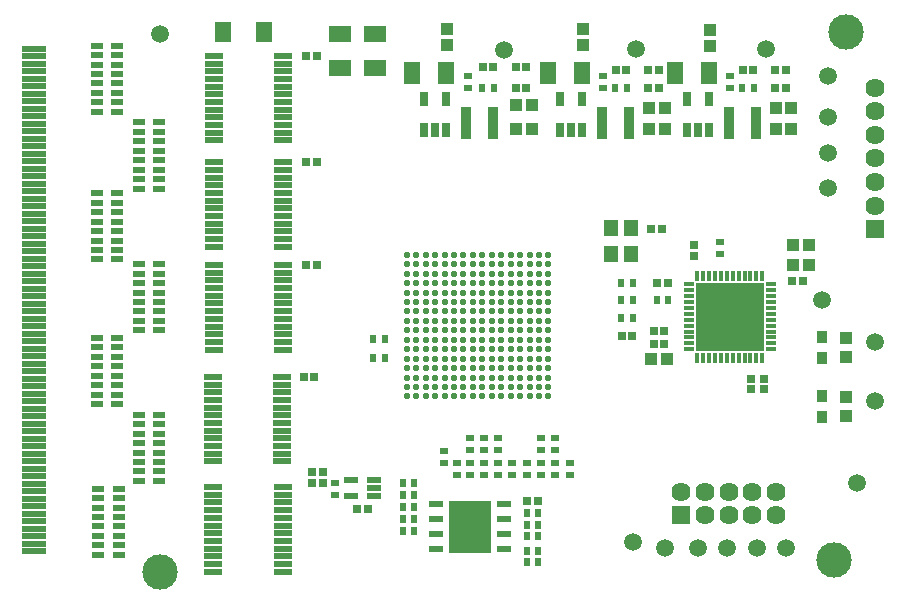
<source format=gts>
G04*
G04 #@! TF.GenerationSoftware,Altium Limited,Altium Designer,24.4.1 (13)*
G04*
G04 Layer_Color=8388736*
%FSLAX44Y44*%
%MOMM*%
G71*
G04*
G04 #@! TF.SameCoordinates,56A84C12-20F9-439F-8F54-A8B2ACD22D1B*
G04*
G04*
G04 #@! TF.FilePolarity,Negative*
G04*
G01*
G75*
%ADD40R,0.7200X0.6200*%
%ADD41R,0.6200X0.7200*%
%ADD42R,0.7200X0.7600*%
%ADD43R,1.5950X0.5700*%
%ADD44R,1.1700X0.5200*%
%ADD45R,0.7600X0.7200*%
%ADD46R,1.0200X0.5700*%
%ADD47C,1.5200*%
%ADD48R,5.7200X5.7200*%
%ADD49R,0.4200X0.8200*%
%ADD50R,0.8200X0.4200*%
%ADD51R,0.7200X1.2700*%
%ADD52R,0.9200X2.8200*%
%ADD53R,1.1700X0.5700*%
%ADD54R,3.5700X4.4700*%
%ADD55R,1.3700X1.7700*%
%ADD56R,1.1200X1.0200*%
%ADD57C,0.5400*%
%ADD58R,1.9200X1.4200*%
%ADD59R,1.4200X1.9200*%
%ADD60R,0.9200X1.0200*%
%ADD61R,1.0200X1.1200*%
%ADD62C,3.0000*%
%ADD63R,1.0700X1.0200*%
%ADD64R,2.1200X0.5000*%
%ADD65R,1.2200X1.4200*%
%ADD66C,1.6200*%
%ADD67R,1.6200X1.6200*%
D40*
X571000Y322000D02*
D03*
Y332000D02*
D03*
X560000Y342000D02*
D03*
Y332000D02*
D03*
X468000Y305000D02*
D03*
Y315000D02*
D03*
X695000Y660000D02*
D03*
Y650000D02*
D03*
X802500Y660000D02*
D03*
Y650000D02*
D03*
X642000Y332000D02*
D03*
Y322000D02*
D03*
X618000D02*
D03*
Y332000D02*
D03*
X630000Y322000D02*
D03*
Y332000D02*
D03*
X606000D02*
D03*
Y322000D02*
D03*
X594000Y332000D02*
D03*
Y322000D02*
D03*
X582000Y332000D02*
D03*
Y322000D02*
D03*
X594000Y343000D02*
D03*
Y353000D02*
D03*
X582000D02*
D03*
Y343000D02*
D03*
X606000Y353000D02*
D03*
Y343000D02*
D03*
X642000Y353000D02*
D03*
Y343000D02*
D03*
X654000Y353000D02*
D03*
Y343000D02*
D03*
Y332000D02*
D03*
Y322000D02*
D03*
X667000D02*
D03*
Y332000D02*
D03*
X794000Y509000D02*
D03*
Y519000D02*
D03*
X580000Y650000D02*
D03*
Y660000D02*
D03*
D41*
X535000Y295000D02*
D03*
X525000D02*
D03*
X535000Y315000D02*
D03*
X525000D02*
D03*
X630000Y258000D02*
D03*
X640000D02*
D03*
X630000Y280000D02*
D03*
X640000D02*
D03*
X710000Y470000D02*
D03*
X720000D02*
D03*
X710000Y485000D02*
D03*
X720000D02*
D03*
X710000Y455000D02*
D03*
X720000D02*
D03*
X510000Y421000D02*
D03*
X500000D02*
D03*
X640000Y290000D02*
D03*
X630000D02*
D03*
X535000Y275000D02*
D03*
X525000D02*
D03*
X630000Y248000D02*
D03*
X640000D02*
D03*
X535000Y285000D02*
D03*
X525000D02*
D03*
X740000Y470000D02*
D03*
X750000D02*
D03*
X500000Y437500D02*
D03*
X510000D02*
D03*
X630000Y270000D02*
D03*
X640000D02*
D03*
X535000Y305000D02*
D03*
X525000D02*
D03*
X812500Y650000D02*
D03*
X822500D02*
D03*
X705000D02*
D03*
X715000D02*
D03*
X592500D02*
D03*
X602500D02*
D03*
D42*
X495400Y293000D02*
D03*
X486600D02*
D03*
X719400Y440000D02*
D03*
X710600D02*
D03*
X639400Y300000D02*
D03*
X630600D02*
D03*
X593100Y667500D02*
D03*
X601900D02*
D03*
X620600Y650000D02*
D03*
X629400D02*
D03*
Y667500D02*
D03*
X620600D02*
D03*
X737600Y444000D02*
D03*
X746400D02*
D03*
X452400Y500000D02*
D03*
X443600D02*
D03*
X450400Y405000D02*
D03*
X441600D02*
D03*
X714400Y665000D02*
D03*
X705600D02*
D03*
X744400Y530000D02*
D03*
X735600D02*
D03*
X741900Y665000D02*
D03*
X733100D02*
D03*
X741900Y650000D02*
D03*
X733100D02*
D03*
X746400Y433000D02*
D03*
X737600D02*
D03*
X840600Y665000D02*
D03*
X849400D02*
D03*
X840600Y650000D02*
D03*
X849400D02*
D03*
X821900Y665000D02*
D03*
X813100D02*
D03*
X855100Y486000D02*
D03*
X863900D02*
D03*
X749400Y485000D02*
D03*
X740600D02*
D03*
X443600Y587000D02*
D03*
X452400D02*
D03*
X443600Y677000D02*
D03*
X452400D02*
D03*
D43*
X423380Y311750D02*
D03*
Y305250D02*
D03*
Y298750D02*
D03*
Y292250D02*
D03*
Y285750D02*
D03*
Y279250D02*
D03*
Y272750D02*
D03*
Y266250D02*
D03*
Y259750D02*
D03*
Y253250D02*
D03*
Y246750D02*
D03*
Y240250D02*
D03*
X364620D02*
D03*
Y246750D02*
D03*
Y253250D02*
D03*
Y259750D02*
D03*
Y266250D02*
D03*
Y272750D02*
D03*
Y279250D02*
D03*
Y285750D02*
D03*
Y292250D02*
D03*
Y298750D02*
D03*
Y305250D02*
D03*
Y311750D02*
D03*
X423000Y405000D02*
D03*
Y398500D02*
D03*
Y392000D02*
D03*
Y385500D02*
D03*
Y379000D02*
D03*
Y372500D02*
D03*
Y366000D02*
D03*
Y359500D02*
D03*
Y353000D02*
D03*
Y346500D02*
D03*
Y340000D02*
D03*
Y333500D02*
D03*
X364240D02*
D03*
Y340000D02*
D03*
Y346500D02*
D03*
Y353000D02*
D03*
Y359500D02*
D03*
Y366000D02*
D03*
Y372500D02*
D03*
Y379000D02*
D03*
Y385500D02*
D03*
Y392000D02*
D03*
Y398500D02*
D03*
Y405000D02*
D03*
X423880Y676750D02*
D03*
Y670250D02*
D03*
Y663750D02*
D03*
Y657250D02*
D03*
Y650750D02*
D03*
Y644250D02*
D03*
Y637750D02*
D03*
Y631250D02*
D03*
Y624750D02*
D03*
Y618250D02*
D03*
Y611750D02*
D03*
Y605250D02*
D03*
X365120D02*
D03*
Y611750D02*
D03*
Y618250D02*
D03*
Y624750D02*
D03*
Y631250D02*
D03*
Y637750D02*
D03*
Y644250D02*
D03*
Y650750D02*
D03*
Y657250D02*
D03*
Y663750D02*
D03*
Y670250D02*
D03*
Y676750D02*
D03*
X423880Y499750D02*
D03*
Y493250D02*
D03*
Y486750D02*
D03*
Y480250D02*
D03*
Y473750D02*
D03*
Y467250D02*
D03*
Y460750D02*
D03*
Y454250D02*
D03*
Y447750D02*
D03*
Y441250D02*
D03*
Y434750D02*
D03*
Y428250D02*
D03*
X365120D02*
D03*
Y434750D02*
D03*
Y441250D02*
D03*
Y447750D02*
D03*
Y454250D02*
D03*
Y460750D02*
D03*
Y467250D02*
D03*
Y473750D02*
D03*
Y480250D02*
D03*
Y486750D02*
D03*
Y493250D02*
D03*
Y499750D02*
D03*
X365120Y586750D02*
D03*
Y580250D02*
D03*
Y573750D02*
D03*
Y567250D02*
D03*
Y560750D02*
D03*
Y554250D02*
D03*
Y547750D02*
D03*
Y541250D02*
D03*
Y534750D02*
D03*
Y528250D02*
D03*
Y521750D02*
D03*
Y515250D02*
D03*
X423880D02*
D03*
Y521750D02*
D03*
Y528250D02*
D03*
Y534750D02*
D03*
Y541250D02*
D03*
Y547750D02*
D03*
Y554250D02*
D03*
Y560750D02*
D03*
Y567250D02*
D03*
Y573750D02*
D03*
Y580250D02*
D03*
Y586750D02*
D03*
D44*
X501000Y304500D02*
D03*
Y311000D02*
D03*
Y317500D02*
D03*
X481000D02*
D03*
Y304500D02*
D03*
D45*
X458000Y315600D02*
D03*
Y324400D02*
D03*
X448000Y324400D02*
D03*
Y315600D02*
D03*
X820000Y403400D02*
D03*
Y394600D02*
D03*
X772000Y507600D02*
D03*
Y516400D02*
D03*
X831000Y403400D02*
D03*
Y394600D02*
D03*
D46*
X301500Y444500D02*
D03*
Y452500D02*
D03*
Y468500D02*
D03*
Y460500D02*
D03*
Y484500D02*
D03*
Y500500D02*
D03*
Y492500D02*
D03*
Y476500D02*
D03*
X318500D02*
D03*
Y492500D02*
D03*
Y500500D02*
D03*
Y484500D02*
D03*
Y460500D02*
D03*
Y468500D02*
D03*
Y452500D02*
D03*
Y444500D02*
D03*
X266500Y382000D02*
D03*
Y390000D02*
D03*
Y406000D02*
D03*
Y398000D02*
D03*
Y422000D02*
D03*
Y438000D02*
D03*
Y430000D02*
D03*
Y414000D02*
D03*
X283500D02*
D03*
Y430000D02*
D03*
Y438000D02*
D03*
Y422000D02*
D03*
Y398000D02*
D03*
Y406000D02*
D03*
Y390000D02*
D03*
Y382000D02*
D03*
X301500Y317000D02*
D03*
Y325000D02*
D03*
Y341000D02*
D03*
Y333000D02*
D03*
Y357000D02*
D03*
Y373000D02*
D03*
Y365000D02*
D03*
Y349000D02*
D03*
X318500D02*
D03*
Y365000D02*
D03*
Y373000D02*
D03*
Y357000D02*
D03*
Y333000D02*
D03*
Y341000D02*
D03*
Y325000D02*
D03*
Y317000D02*
D03*
X301500Y564500D02*
D03*
Y572500D02*
D03*
Y588500D02*
D03*
Y580500D02*
D03*
Y604500D02*
D03*
Y620500D02*
D03*
Y612500D02*
D03*
Y596500D02*
D03*
X318500D02*
D03*
Y612500D02*
D03*
Y620500D02*
D03*
Y604500D02*
D03*
Y580500D02*
D03*
Y588500D02*
D03*
Y572500D02*
D03*
Y564500D02*
D03*
X284500Y254500D02*
D03*
Y262500D02*
D03*
Y278500D02*
D03*
Y270500D02*
D03*
Y294500D02*
D03*
Y310500D02*
D03*
Y302500D02*
D03*
Y286500D02*
D03*
X267500D02*
D03*
Y302500D02*
D03*
Y310500D02*
D03*
Y294500D02*
D03*
Y270500D02*
D03*
Y278500D02*
D03*
Y262500D02*
D03*
Y254500D02*
D03*
X283500Y504500D02*
D03*
Y512500D02*
D03*
Y528500D02*
D03*
Y520500D02*
D03*
Y544500D02*
D03*
Y560500D02*
D03*
Y552500D02*
D03*
Y536500D02*
D03*
X266500D02*
D03*
Y552500D02*
D03*
Y560500D02*
D03*
Y544500D02*
D03*
Y520500D02*
D03*
Y528500D02*
D03*
Y512500D02*
D03*
Y504500D02*
D03*
X283500Y629500D02*
D03*
Y637500D02*
D03*
Y653500D02*
D03*
Y645500D02*
D03*
Y669500D02*
D03*
Y685500D02*
D03*
Y677500D02*
D03*
Y661500D02*
D03*
X266500D02*
D03*
Y677500D02*
D03*
Y685500D02*
D03*
Y669500D02*
D03*
Y645500D02*
D03*
Y653500D02*
D03*
Y637500D02*
D03*
Y629500D02*
D03*
D47*
X885000Y660000D02*
D03*
X832500Y682500D02*
D03*
X722500D02*
D03*
X611000Y682000D02*
D03*
X320000Y695000D02*
D03*
X925000Y385000D02*
D03*
Y435000D02*
D03*
X910000Y315000D02*
D03*
X720000Y265000D02*
D03*
X885000Y625000D02*
D03*
Y595000D02*
D03*
X880000Y470000D02*
D03*
X885000Y565000D02*
D03*
X850000Y260000D02*
D03*
X825000D02*
D03*
X800000D02*
D03*
X775000D02*
D03*
X747500D02*
D03*
D48*
X802000Y456000D02*
D03*
D49*
X774500Y490500D02*
D03*
X779500D02*
D03*
X784500D02*
D03*
X789500D02*
D03*
X794500D02*
D03*
X799500D02*
D03*
X804500D02*
D03*
X809500D02*
D03*
X814500D02*
D03*
X819500D02*
D03*
X824500D02*
D03*
X829500D02*
D03*
Y421500D02*
D03*
X824500D02*
D03*
X819500D02*
D03*
X814500D02*
D03*
X809500D02*
D03*
X804500D02*
D03*
X799500D02*
D03*
X794500D02*
D03*
X789500D02*
D03*
X784500D02*
D03*
X779500D02*
D03*
X774500D02*
D03*
D50*
X836500Y483500D02*
D03*
Y478500D02*
D03*
Y473500D02*
D03*
Y468500D02*
D03*
Y463500D02*
D03*
Y458500D02*
D03*
Y453500D02*
D03*
Y448500D02*
D03*
Y443500D02*
D03*
Y438500D02*
D03*
Y433500D02*
D03*
Y428500D02*
D03*
X767500D02*
D03*
Y433500D02*
D03*
Y438500D02*
D03*
Y443500D02*
D03*
Y448500D02*
D03*
Y453500D02*
D03*
Y458500D02*
D03*
Y463500D02*
D03*
Y468500D02*
D03*
Y473500D02*
D03*
Y478500D02*
D03*
Y483500D02*
D03*
D51*
X543000Y640500D02*
D03*
X562000D02*
D03*
Y614500D02*
D03*
X552500D02*
D03*
X543000D02*
D03*
X658000Y640500D02*
D03*
X677000D02*
D03*
Y614500D02*
D03*
X667500D02*
D03*
X658000D02*
D03*
X765500Y640500D02*
D03*
X784500D02*
D03*
Y614500D02*
D03*
X775000D02*
D03*
X765500D02*
D03*
D52*
X824000Y620000D02*
D03*
X801000D02*
D03*
X693500D02*
D03*
X716500D02*
D03*
X578500D02*
D03*
X601500D02*
D03*
D53*
X553500Y297050D02*
D03*
Y284350D02*
D03*
Y271650D02*
D03*
Y258950D02*
D03*
X610500D02*
D03*
Y271650D02*
D03*
Y284350D02*
D03*
Y297050D02*
D03*
D54*
X582000Y278000D02*
D03*
D55*
X372750Y697500D02*
D03*
X407250D02*
D03*
D56*
X677500Y699250D02*
D03*
Y685750D02*
D03*
X785000Y685000D02*
D03*
Y698500D02*
D03*
X562500Y685750D02*
D03*
Y699250D02*
D03*
D57*
X528500Y508500D02*
D03*
X536500D02*
D03*
X544500D02*
D03*
X552500D02*
D03*
X560500D02*
D03*
X568500D02*
D03*
X576500D02*
D03*
X584500D02*
D03*
X592500D02*
D03*
X600500D02*
D03*
X608500D02*
D03*
X616500D02*
D03*
X624500D02*
D03*
X632500D02*
D03*
X640500D02*
D03*
X648500D02*
D03*
X528500Y500500D02*
D03*
X536500D02*
D03*
X544500D02*
D03*
X552500D02*
D03*
X560500D02*
D03*
X568500D02*
D03*
X576500D02*
D03*
X584500D02*
D03*
X592500D02*
D03*
X600500D02*
D03*
X608500D02*
D03*
X616500D02*
D03*
X624500D02*
D03*
X632500D02*
D03*
X640500D02*
D03*
X648500D02*
D03*
X528500Y492500D02*
D03*
X536500D02*
D03*
X544500D02*
D03*
X552500D02*
D03*
X560500D02*
D03*
X568500D02*
D03*
X576500D02*
D03*
X584500D02*
D03*
X592500D02*
D03*
X600500D02*
D03*
X608500D02*
D03*
X616500D02*
D03*
X624500D02*
D03*
X632500D02*
D03*
X640500D02*
D03*
X648500D02*
D03*
X528500Y484500D02*
D03*
X536500D02*
D03*
X544500D02*
D03*
X552500D02*
D03*
X560500D02*
D03*
X568500D02*
D03*
X576500D02*
D03*
X584500D02*
D03*
X592500D02*
D03*
X600500D02*
D03*
X608500D02*
D03*
X616500D02*
D03*
X624500D02*
D03*
X632500D02*
D03*
X640500D02*
D03*
X648500D02*
D03*
X528500Y476500D02*
D03*
X536500D02*
D03*
X544500D02*
D03*
X552500D02*
D03*
X560500D02*
D03*
X568500D02*
D03*
X576500D02*
D03*
X584500D02*
D03*
X592500D02*
D03*
X600500D02*
D03*
X608500D02*
D03*
X616500D02*
D03*
X624500D02*
D03*
X632500D02*
D03*
X640500D02*
D03*
X648500D02*
D03*
X528500Y468500D02*
D03*
X536500D02*
D03*
X544500D02*
D03*
X552500D02*
D03*
X560500D02*
D03*
X568500D02*
D03*
X576500D02*
D03*
X584500D02*
D03*
X592500D02*
D03*
X600500D02*
D03*
X608500D02*
D03*
X616500D02*
D03*
X624500D02*
D03*
X632500D02*
D03*
X640500D02*
D03*
X648500D02*
D03*
X528500Y460500D02*
D03*
X536500D02*
D03*
X544500D02*
D03*
X552500D02*
D03*
X560500D02*
D03*
X568500D02*
D03*
X576500D02*
D03*
X584500D02*
D03*
X592500D02*
D03*
X600500D02*
D03*
X608500D02*
D03*
X616500D02*
D03*
X624500D02*
D03*
X632500D02*
D03*
X640500D02*
D03*
X648500D02*
D03*
X528500Y452500D02*
D03*
X536500D02*
D03*
X544500D02*
D03*
X552500D02*
D03*
X560500D02*
D03*
X568500D02*
D03*
X576500D02*
D03*
X584500D02*
D03*
X592500D02*
D03*
X600500D02*
D03*
X608500D02*
D03*
X616500D02*
D03*
X624500D02*
D03*
X632500D02*
D03*
X640500D02*
D03*
X648500D02*
D03*
X528500Y444500D02*
D03*
X536500D02*
D03*
X544500D02*
D03*
X552500D02*
D03*
X560500D02*
D03*
X568500D02*
D03*
X576500D02*
D03*
X584500D02*
D03*
X592500D02*
D03*
X600500D02*
D03*
X608500D02*
D03*
X616500D02*
D03*
X624500D02*
D03*
X632500D02*
D03*
X640500D02*
D03*
X648500D02*
D03*
X528500Y436500D02*
D03*
X536500D02*
D03*
X544500D02*
D03*
X552500D02*
D03*
X560500D02*
D03*
X568500D02*
D03*
X576500D02*
D03*
X584500D02*
D03*
X592500D02*
D03*
X600500D02*
D03*
X608500D02*
D03*
X616500D02*
D03*
X624500D02*
D03*
X632500D02*
D03*
X640500D02*
D03*
X648500D02*
D03*
X528500Y428500D02*
D03*
X536500D02*
D03*
X544500D02*
D03*
X552500D02*
D03*
X560500D02*
D03*
X568500D02*
D03*
X576500D02*
D03*
X584500D02*
D03*
X592500D02*
D03*
X600500D02*
D03*
X608500D02*
D03*
X616500D02*
D03*
X624500D02*
D03*
X632500D02*
D03*
X640500D02*
D03*
X648500D02*
D03*
X528500Y420500D02*
D03*
X536500D02*
D03*
X544500D02*
D03*
X552500D02*
D03*
X560500D02*
D03*
X568500D02*
D03*
X576500D02*
D03*
X584500D02*
D03*
X592500D02*
D03*
X600500D02*
D03*
X608500D02*
D03*
X616500D02*
D03*
X624500D02*
D03*
X632500D02*
D03*
X640500D02*
D03*
X648500D02*
D03*
X528500Y412500D02*
D03*
X536500D02*
D03*
X544500D02*
D03*
X552500D02*
D03*
X560500D02*
D03*
X568500D02*
D03*
X576500D02*
D03*
X584500D02*
D03*
X592500D02*
D03*
X600500D02*
D03*
X608500D02*
D03*
X616500D02*
D03*
X624500D02*
D03*
X632500D02*
D03*
X640500D02*
D03*
X648500D02*
D03*
X528500Y404500D02*
D03*
X536500D02*
D03*
X544500D02*
D03*
X552500D02*
D03*
X560500D02*
D03*
X568500D02*
D03*
X576500D02*
D03*
X584500D02*
D03*
X592500D02*
D03*
X600500D02*
D03*
X608500D02*
D03*
X616500D02*
D03*
X624500D02*
D03*
X632500D02*
D03*
X640500D02*
D03*
X648500D02*
D03*
X528500Y396500D02*
D03*
X536500D02*
D03*
X544500D02*
D03*
X552500D02*
D03*
X560500D02*
D03*
X568500D02*
D03*
X576500D02*
D03*
X584500D02*
D03*
X592500D02*
D03*
X600500D02*
D03*
X608500D02*
D03*
X616500D02*
D03*
X624500D02*
D03*
X632500D02*
D03*
X640500D02*
D03*
X648500D02*
D03*
X528500Y388500D02*
D03*
X536500D02*
D03*
X544500D02*
D03*
X552500D02*
D03*
X560500D02*
D03*
X568500D02*
D03*
X576500D02*
D03*
X584500D02*
D03*
X592500D02*
D03*
X600500D02*
D03*
X608500D02*
D03*
X616500D02*
D03*
X624500D02*
D03*
X632500D02*
D03*
X640500D02*
D03*
X648500D02*
D03*
D58*
X502000Y695500D02*
D03*
Y666500D02*
D03*
X472000Y695500D02*
D03*
Y666500D02*
D03*
D59*
X755500Y662500D02*
D03*
X784500D02*
D03*
X648000D02*
D03*
X677000D02*
D03*
X533000D02*
D03*
X562000D02*
D03*
D60*
X880000Y371500D02*
D03*
Y388500D02*
D03*
Y421500D02*
D03*
Y438500D02*
D03*
D61*
X854250Y615000D02*
D03*
X840750D02*
D03*
X634250Y635000D02*
D03*
X620750D02*
D03*
X854250Y632500D02*
D03*
X840750D02*
D03*
X748750Y420000D02*
D03*
X735250D02*
D03*
X733250Y615000D02*
D03*
X746750D02*
D03*
X868750Y500000D02*
D03*
X855250D02*
D03*
X868750Y517000D02*
D03*
X855250D02*
D03*
X733250Y632500D02*
D03*
X746750D02*
D03*
X634250Y615000D02*
D03*
X620750D02*
D03*
D62*
X320000Y240000D02*
D03*
X900000Y697500D02*
D03*
X890000Y250000D02*
D03*
D63*
X900000Y372000D02*
D03*
Y388000D02*
D03*
Y422000D02*
D03*
Y438000D02*
D03*
D64*
X213000Y644625D02*
D03*
Y638275D02*
D03*
Y631925D02*
D03*
Y625575D02*
D03*
Y682725D02*
D03*
Y670025D02*
D03*
Y657325D02*
D03*
Y619225D02*
D03*
Y606525D02*
D03*
Y593825D02*
D03*
Y581125D02*
D03*
Y568425D02*
D03*
Y555725D02*
D03*
Y543025D02*
D03*
Y530325D02*
D03*
Y517625D02*
D03*
Y504925D02*
D03*
Y492225D02*
D03*
Y479525D02*
D03*
Y466825D02*
D03*
Y454125D02*
D03*
Y441425D02*
D03*
Y428725D02*
D03*
Y416025D02*
D03*
Y403325D02*
D03*
Y390625D02*
D03*
Y377925D02*
D03*
Y365225D02*
D03*
Y352525D02*
D03*
Y339825D02*
D03*
Y327125D02*
D03*
Y314425D02*
D03*
Y301725D02*
D03*
Y289025D02*
D03*
Y276325D02*
D03*
Y263625D02*
D03*
Y676375D02*
D03*
Y663675D02*
D03*
Y650975D02*
D03*
Y612875D02*
D03*
Y600175D02*
D03*
Y587475D02*
D03*
Y574775D02*
D03*
Y562075D02*
D03*
Y549375D02*
D03*
Y536675D02*
D03*
Y523975D02*
D03*
Y511275D02*
D03*
Y498575D02*
D03*
Y485875D02*
D03*
Y473175D02*
D03*
Y460475D02*
D03*
Y447775D02*
D03*
Y435075D02*
D03*
Y422375D02*
D03*
Y409675D02*
D03*
Y396975D02*
D03*
Y384275D02*
D03*
Y371575D02*
D03*
Y358875D02*
D03*
Y346175D02*
D03*
Y333475D02*
D03*
Y320775D02*
D03*
Y308075D02*
D03*
Y295375D02*
D03*
Y282675D02*
D03*
Y269975D02*
D03*
Y257275D02*
D03*
D65*
X701500Y531000D02*
D03*
X718500D02*
D03*
X701500Y509000D02*
D03*
X718500D02*
D03*
D66*
X925000Y590000D02*
D03*
Y610000D02*
D03*
Y630000D02*
D03*
Y550000D02*
D03*
Y570000D02*
D03*
Y650000D02*
D03*
X761000Y308000D02*
D03*
X781000Y288000D02*
D03*
Y308000D02*
D03*
X801000Y288000D02*
D03*
Y308000D02*
D03*
X821000Y288000D02*
D03*
Y308000D02*
D03*
X841000Y288000D02*
D03*
Y308000D02*
D03*
D67*
X925000Y530000D02*
D03*
X761000Y288000D02*
D03*
M02*

</source>
